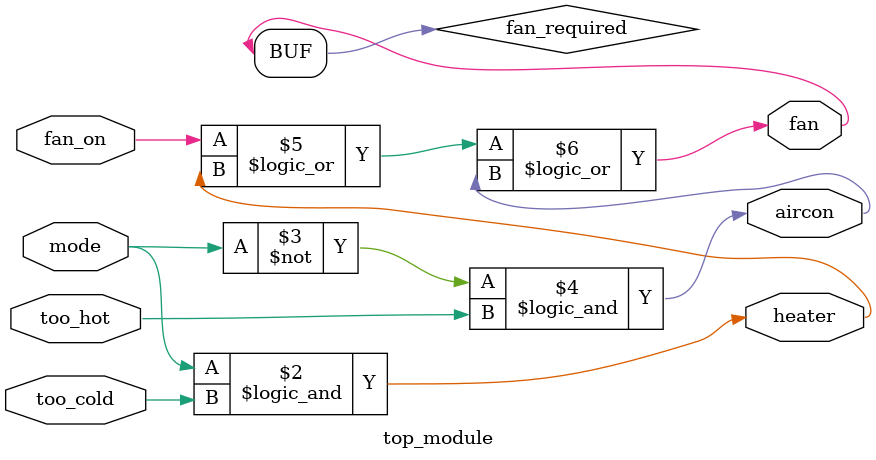
<source format=sv>
module top_module(
    input mode,
    input too_cold, 
    input too_hot,
    input fan_on,
    output heater,
    output aircon,
    output fan
);
    wire fan_required;
    
    assign heater = (mode == 1) && too_cold;
    assign aircon = (mode == 0) && too_hot;
    
    assign fan_required = (fan_on || heater || aircon);
    assign fan = fan_required;
    
endmodule

</source>
